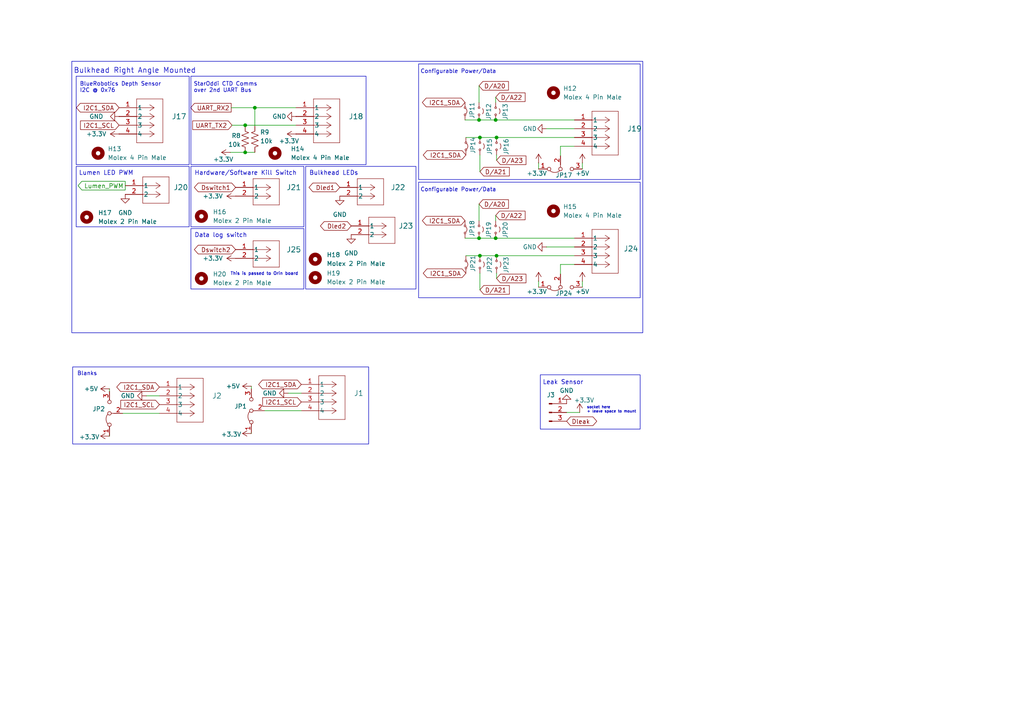
<source format=kicad_sch>
(kicad_sch (version 20231120) (generator "eeschema") (generator_version "8.0")
  (paper "A4")
  (lib_symbols
    (symbol "Connector:Conn_01x03_Pin" (pin_names (offset 1.016) hide)
      (property "Reference" "J" (at 0 5.08 0))
      (property "Value" "Conn_01x03_Pin" (at 0 -5.08 0))
      (symbol "Conn_01x03_Pin_1_1"
        (polyline (pts (xy 1.27 -2.54) (xy 0.8636 -2.54)) (stroke (width 0.1524)))
        (polyline (pts (xy 1.27 0) (xy 0.8636 0)) (stroke (width 0.1524)))
        (polyline (pts (xy 1.27 2.54) (xy 0.8636 2.54)) (stroke (width 0.1524)))
        (rectangle (start 0.8636 -2.413) (end 0 -2.667) (stroke (width 0.1524)) (fill (type outline)))
        (rectangle (start 0.8636 0.127) (end 0 -0.127) (stroke (width 0.1524)) (fill (type outline)))
        (rectangle (start 0.8636 2.667) (end 0 2.413) (stroke (width 0.1524)) (fill (type outline)))
        (pin passive line (at 5.08 2.54 180) (length 3.81) (name "Pin_1") (number "1"))
        (pin passive line (at 5.08 0 180) (length 3.81) (name "Pin_2") (number "2"))
        (pin passive line (at 5.08 -2.54 180) (length 3.81) (name "Pin_3") (number "3"))
      )
    )
    (symbol "Device:R_US" (pin_numbers hide) (pin_names (offset 0))
      (property "Reference" "R" (at 2.54 0 90))
      (property "Value" "R_US" (at -2.54 0 90))
      (symbol "R_US_0_1"
        (polyline (pts (xy 0 -2.286) (xy 0 -2.54)))
        (polyline (pts (xy 0 2.286) (xy 0 2.54)))
        (polyline (pts (xy 0 -0.762) (xy 1.016 -1.143) (xy 0 -1.524) (xy -1.016 -1.905) (xy 0 -2.286)))
        (polyline (pts (xy 0 0.762) (xy 1.016 0.381) (xy 0 0) (xy -1.016 -0.381) (xy 0 -0.762)))
        (polyline (pts (xy 0 2.286) (xy 1.016 1.905) (xy 0 1.524) (xy -1.016 1.143) (xy 0 0.762)))
      )
      (symbol "R_US_1_1"
        (pin passive line (at 0 3.81 270) (length 1.27) (name "~") (number "1"))
        (pin passive line (at 0 -3.81 90) (length 1.27) (name "~") (number "2"))
      )
    )
    (symbol "Imported:430450228" (pin_names (offset 0.254))
      (property "Reference" "J" (at 8.89 6.35 0))
      (property "Value" "430450228" (at 0 0 0))
      (symbol "430450228_1_1"
        (polyline (pts (xy 5.08 -5.08) (xy 12.7 -5.08)) (stroke (width 0.127)))
        (polyline (pts (xy 5.08 2.54) (xy 5.08 -5.08)) (stroke (width 0.127)))
        (polyline (pts (xy 10.16 -2.54) (xy 5.08 -2.54)) (stroke (width 0.127)))
        (polyline (pts (xy 10.16 -2.54) (xy 8.89 -3.3867)) (stroke (width 0.127)))
        (polyline (pts (xy 10.16 -2.54) (xy 8.89 -1.6933)) (stroke (width 0.127)))
        (polyline (pts (xy 10.16 0) (xy 5.08 0)) (stroke (width 0.127)))
        (polyline (pts (xy 10.16 0) (xy 8.89 -0.8467)) (stroke (width 0.127)))
        (polyline (pts (xy 10.16 0) (xy 8.89 0.8467)) (stroke (width 0.127)))
        (polyline (pts (xy 12.7 -5.08) (xy 12.7 2.54)) (stroke (width 0.127)))
        (polyline (pts (xy 12.7 2.54) (xy 5.08 2.54)) (stroke (width 0.127)))
        (pin unspecified line (at 0 0 0) (length 5.08) (name "1") (number "1"))
        (pin unspecified line (at 0 -2.54 0) (length 5.08) (name "2") (number "2"))
      )
      (symbol "430450228_1_2"
        (polyline (pts (xy 5.08 -5.08) (xy 12.7 -5.08)) (stroke (width 0.127)))
        (polyline (pts (xy 5.08 2.54) (xy 5.08 -5.08)) (stroke (width 0.127)))
        (polyline (pts (xy 7.62 -2.54) (xy 5.08 -2.54)) (stroke (width 0.127)))
        (polyline (pts (xy 7.62 -2.54) (xy 8.89 -3.3867)) (stroke (width 0.127)))
        (polyline (pts (xy 7.62 -2.54) (xy 8.89 -1.6933)) (stroke (width 0.127)))
        (polyline (pts (xy 7.62 0) (xy 5.08 0)) (stroke (width 0.127)))
        (polyline (pts (xy 7.62 0) (xy 8.89 -0.8467)) (stroke (width 0.127)))
        (polyline (pts (xy 7.62 0) (xy 8.89 0.8467)) (stroke (width 0.127)))
        (polyline (pts (xy 12.7 -5.08) (xy 12.7 2.54)) (stroke (width 0.127)))
        (polyline (pts (xy 12.7 2.54) (xy 5.08 2.54)) (stroke (width 0.127)))
        (pin unspecified line (at 0 0 0) (length 5.08) (name "1") (number "1"))
        (pin unspecified line (at 0 -2.54 0) (length 5.08) (name "2") (number "2"))
      )
    )
    (symbol "Imported:430450422" (pin_names (offset 0.254))
      (property "Reference" "J" (at 8.89 6.35 0))
      (property "Value" "430450422" (at 0 0 0))
      (symbol "430450422_1_1"
        (polyline (pts (xy 5.08 -10.16) (xy 12.7 -10.16)) (stroke (width 0.127)))
        (polyline (pts (xy 5.08 2.54) (xy 5.08 -10.16)) (stroke (width 0.127)))
        (polyline (pts (xy 10.16 -7.62) (xy 5.08 -7.62)) (stroke (width 0.127)))
        (polyline (pts (xy 10.16 -7.62) (xy 8.89 -8.4667)) (stroke (width 0.127)))
        (polyline (pts (xy 10.16 -7.62) (xy 8.89 -6.7733)) (stroke (width 0.127)))
        (polyline (pts (xy 10.16 -5.08) (xy 5.08 -5.08)) (stroke (width 0.127)))
        (polyline (pts (xy 10.16 -5.08) (xy 8.89 -5.9267)) (stroke (width 0.127)))
        (polyline (pts (xy 10.16 -5.08) (xy 8.89 -4.2333)) (stroke (width 0.127)))
        (polyline (pts (xy 10.16 -2.54) (xy 5.08 -2.54)) (stroke (width 0.127)))
        (polyline (pts (xy 10.16 -2.54) (xy 8.89 -3.3867)) (stroke (width 0.127)))
        (polyline (pts (xy 10.16 -2.54) (xy 8.89 -1.6933)) (stroke (width 0.127)))
        (polyline (pts (xy 10.16 0) (xy 5.08 0)) (stroke (width 0.127)))
        (polyline (pts (xy 10.16 0) (xy 8.89 -0.8467)) (stroke (width 0.127)))
        (polyline (pts (xy 10.16 0) (xy 8.89 0.8467)) (stroke (width 0.127)))
        (polyline (pts (xy 12.7 -10.16) (xy 12.7 2.54)) (stroke (width 0.127)))
        (polyline (pts (xy 12.7 2.54) (xy 5.08 2.54)) (stroke (width 0.127)))
        (pin unspecified line (at 0 0 0) (length 5.08) (name "1") (number "1"))
        (pin unspecified line (at 0 -2.54 0) (length 5.08) (name "2") (number "2"))
        (pin unspecified line (at 0 -5.08 0) (length 5.08) (name "3") (number "3"))
        (pin unspecified line (at 0 -7.62 0) (length 5.08) (name "4") (number "4"))
      )
      (symbol "430450422_1_2"
        (polyline (pts (xy 5.08 -10.16) (xy 12.7 -10.16)) (stroke (width 0.127)))
        (polyline (pts (xy 5.08 2.54) (xy 5.08 -10.16)) (stroke (width 0.127)))
        (polyline (pts (xy 7.62 -7.62) (xy 5.08 -7.62)) (stroke (width 0.127)))
        (polyline (pts (xy 7.62 -7.62) (xy 8.89 -8.4667)) (stroke (width 0.127)))
        (polyline (pts (xy 7.62 -7.62) (xy 8.89 -6.7733)) (stroke (width 0.127)))
        (polyline (pts (xy 7.62 -5.08) (xy 5.08 -5.08)) (stroke (width 0.127)))
        (polyline (pts (xy 7.62 -5.08) (xy 8.89 -5.9267)) (stroke (width 0.127)))
        (polyline (pts (xy 7.62 -5.08) (xy 8.89 -4.2333)) (stroke (width 0.127)))
        (polyline (pts (xy 7.62 -2.54) (xy 5.08 -2.54)) (stroke (width 0.127)))
        (polyline (pts (xy 7.62 -2.54) (xy 8.89 -3.3867)) (stroke (width 0.127)))
        (polyline (pts (xy 7.62 -2.54) (xy 8.89 -1.6933)) (stroke (width 0.127)))
        (polyline (pts (xy 7.62 0) (xy 5.08 0)) (stroke (width 0.127)))
        (polyline (pts (xy 7.62 0) (xy 8.89 -0.8467)) (stroke (width 0.127)))
        (polyline (pts (xy 7.62 0) (xy 8.89 0.8467)) (stroke (width 0.127)))
        (polyline (pts (xy 12.7 -10.16) (xy 12.7 2.54)) (stroke (width 0.127)))
        (polyline (pts (xy 12.7 2.54) (xy 5.08 2.54)) (stroke (width 0.127)))
        (pin unspecified line (at 0 0 0) (length 5.08) (name "1") (number "1"))
        (pin unspecified line (at 0 -2.54 0) (length 5.08) (name "2") (number "2"))
        (pin unspecified line (at 0 -5.08 0) (length 5.08) (name "3") (number "3"))
        (pin unspecified line (at 0 -7.62 0) (length 5.08) (name "4") (number "4"))
      )
    )
    (symbol "Jumper:Jumper_2_Small_Bridged" (pin_numbers hide) (pin_names (offset 0) hide) (exclude_from_sim yes)
      (property "Reference" "JP" (at 0 2.032 0))
      (property "Value" "Jumper_2_Small_Bridged" (at 0 -2.286 0))
      (symbol "Jumper_2_Small_Bridged_0_0"
        (circle (center -1.016 0) (radius 0.254))
        (circle (center 1.016 0) (radius 0.254))
      )
      (symbol "Jumper_2_Small_Bridged_0_1"
        (arc (start 0.762 0.254) (mid 0 0.5696) (end -0.762 0.254))
      )
      (symbol "Jumper_2_Small_Bridged_1_1"
        (pin passive line (at -2.54 0 0) (length 1.27) (name "A") (number "1"))
        (pin passive line (at 2.54 0 180) (length 1.27) (name "B") (number "2"))
      )
    )
    (symbol "Jumper:Jumper_2_Small_Open" (pin_numbers hide) (pin_names (offset 0) hide) (exclude_from_sim yes)
      (property "Reference" "JP" (at 0 2.794 0))
      (property "Value" "Jumper_2_Small_Open" (at 0 -2.286 0))
      (symbol "Jumper_2_Small_Open_0_0"
        (circle (center -1.016 0) (radius 0.254))
        (circle (center 1.016 0) (radius 0.254))
      )
      (symbol "Jumper_2_Small_Open_0_1"
        (arc (start 0.762 1.0196) (mid 0 1.2729) (end -0.762 1.0196))
      )
      (symbol "Jumper_2_Small_Open_1_1"
        (pin passive line (at -2.54 0 0) (length 1.27) (name "A") (number "1"))
        (pin passive line (at 2.54 0 180) (length 1.27) (name "B") (number "2"))
      )
    )
    (symbol "Jumper:Jumper_3_Bridged12" (pin_names (offset 0) hide) (exclude_from_sim yes) (in_bom no)
      (property "Reference" "JP" (at -2.54 -2.54 0))
      (property "Value" "Jumper_3_Bridged12" (at 0 2.794 0))
      (symbol "Jumper_3_Bridged12_0_0"
        (circle (center -3.302 0) (radius 0.508))
        (circle (center 0 0) (radius 0.508))
        (circle (center 3.302 0) (radius 0.508))
      )
      (symbol "Jumper_3_Bridged12_0_1"
        (arc (start -0.254 0.508) (mid -1.651 0.9912) (end -3.048 0.508))
        (polyline (pts (xy 0 -1.27) (xy 0 -0.508)))
      )
      (symbol "Jumper_3_Bridged12_1_1"
        (pin passive line (at -6.35 0 0) (length 2.54) (name "A") (number "1"))
        (pin passive line (at 0 -3.81 90) (length 2.54) (name "C") (number "2"))
        (pin passive line (at 6.35 0 180) (length 2.54) (name "B") (number "3"))
      )
    )
    (symbol "Mechanical:MountingHole" (pin_names (offset 1.016)) (exclude_from_sim yes) (in_bom no)
      (property "Reference" "H" (at 0 5.08 0))
      (property "Value" "MountingHole" (at 0 3.175 0))
      (symbol "MountingHole_0_1"
        (circle (center 0 0) (radius 1.27) (stroke (width 1.27)))
      )
    )
    (symbol "power:+3.3V" (power) (pin_numbers hide) (pin_names (offset 0) hide)
      (property "Value" "+3.3V" (at 0 3.556 0))
      (symbol "+3.3V_0_1"
        (polyline (pts (xy -0.762 1.27) (xy 0 2.54)))
        (polyline (pts (xy 0 0) (xy 0 2.54)))
        (polyline (pts (xy 0 2.54) (xy 0.762 1.27)))
      )
      (symbol "+3.3V_1_1"
        (pin power_in line (at 0 0 90) (length 0) (name "~") (number "1"))
      )
    )
    (symbol "power:+5V" (power) (pin_numbers hide) (pin_names (offset 0) hide)
      (property "Value" "+5V" (at 0 3.556 0))
      (symbol "+5V_0_1"
        (polyline (pts (xy -0.762 1.27) (xy 0 2.54)))
        (polyline (pts (xy 0 0) (xy 0 2.54)))
        (polyline (pts (xy 0 2.54) (xy 0.762 1.27)))
      )
      (symbol "+5V_1_1"
        (pin power_in line (at 0 0 90) (length 0) (name "~") (number "1"))
      )
    )
    (symbol "power:GND" (power) (pin_numbers hide) (pin_names (offset 0) hide)
      (property "Value" "GND" (at 0 -3.81 0))
      (symbol "GND_0_1"
        (polyline (pts (xy 0 0) (xy 0 -1.27) (xy 1.27 -1.27) (xy 0 -2.54) (xy -1.27 -1.27) (xy 0 -1.27)))
      )
      (symbol "GND_1_1"
        (pin power_in line (at 0 0 270) (length 0) (name "~") (number "1"))
      )
    )
  )
  (junction (at 138.938 34.798))
  (junction (at 143.764 34.798))
  (junction (at 71.12 44.196))
  (junction (at 144.018 74.168))
  (junction (at 139.192 39.878))
  (junction (at 143.764 69.088))
  (junction (at 139.192 74.168))
  (junction (at 144.018 39.878))
  (junction (at 71.12 36.322))
  (junction (at 138.938 69.088))
  (junction (at 73.914 31.242))
  (wire (pts (xy 134.874 69.088) (xy 138.938 69.088)))
  (wire (pts (xy 143.764 62.484) (xy 143.764 64.008)))
  (wire (pts (xy 31.75 112.776) (xy 31.75 113.538)))
  (wire (pts (xy 67.31 36.322) (xy 71.12 36.322)))
  (wire (pts (xy 166.624 71.628) (xy 158.496 71.628)))
  (wire (pts (xy 138.938 34.798) (xy 143.764 34.798)))
  (wire (pts (xy 71.12 36.322) (xy 85.852 36.322)))
  (wire (pts (xy 42.418 114.808) (xy 46.228 114.808)))
  (wire (pts (xy 156.21 81.534) (xy 156.21 83.312)))
  (wire (pts (xy 138.938 24.892) (xy 138.938 29.718)))
  (wire (pts (xy 168.91 47.244) (xy 168.91 49.022)))
  (wire (pts (xy 73.914 36.576) (xy 73.914 31.242)))
  (wire (pts (xy 144.018 39.878) (xy 166.624 39.878)))
  (wire (pts (xy 139.192 39.878) (xy 144.018 39.878)))
  (wire (pts (xy 168.91 81.534) (xy 168.91 83.312)))
  (wire (pts (xy 135.128 74.168) (xy 139.192 74.168)))
  (wire (pts (xy 134.874 34.798) (xy 138.938 34.798)))
  (wire (pts (xy 162.56 45.212) (xy 162.56 42.418)))
  (wire (pts (xy 143.764 28.194) (xy 143.764 29.718)))
  (wire (pts (xy 144.018 44.958) (xy 144.018 46.482)))
  (wire (pts (xy 73.914 31.242) (xy 85.852 31.242)))
  (wire (pts (xy 143.764 69.088) (xy 166.624 69.088)))
  (wire (pts (xy 138.938 59.182) (xy 138.938 64.008)))
  (wire (pts (xy 71.12 36.576) (xy 71.12 36.322)))
  (wire (pts (xy 143.764 34.798) (xy 166.624 34.798)))
  (wire (pts (xy 166.624 37.338) (xy 158.496 37.338)))
  (wire (pts (xy 139.192 84.074) (xy 139.192 79.248)))
  (wire (pts (xy 162.56 76.708) (xy 166.624 76.708)))
  (wire (pts (xy 31.75 126.238) (xy 31.75 126.492)))
  (wire (pts (xy 135.128 39.878) (xy 139.192 39.878)))
  (wire (pts (xy 35.56 119.888) (xy 46.228 119.888)))
  (wire (pts (xy 139.192 49.784) (xy 139.192 44.958)))
  (wire (pts (xy 164.338 119.634) (xy 168.148 119.634)))
  (wire (pts (xy 83.566 114.046) (xy 87.376 114.046)))
  (wire (pts (xy 71.12 44.196) (xy 66.802 44.196)))
  (wire (pts (xy 73.914 44.196) (xy 71.12 44.196)))
  (wire (pts (xy 162.56 42.418) (xy 166.624 42.418)))
  (wire (pts (xy 156.21 47.244) (xy 156.21 49.022)))
  (wire (pts (xy 144.018 74.168) (xy 166.624 74.168)))
  (wire (pts (xy 72.898 125.476) (xy 72.898 125.73)))
  (wire (pts (xy 144.018 79.248) (xy 144.018 80.772)))
  (wire (pts (xy 138.938 69.088) (xy 143.764 69.088)))
  (wire (pts (xy 76.708 119.126) (xy 87.376 119.126)))
  (wire (pts (xy 67.056 31.242) (xy 73.914 31.242)))
  (wire (pts (xy 162.56 79.502) (xy 162.56 76.708)))
  (wire (pts (xy 72.898 112.014) (xy 72.898 112.776)))
  (wire (pts (xy 139.192 74.168) (xy 144.018 74.168)))
  (rectangle (start 121.412 52.832) (end 185.674 86.36))
  (rectangle (start 121.412 18.542) (end 185.674 52.07))
  (rectangle (start 55.372 48.26) (end 88.138 65.786))
  (rectangle (start 88.646 48.26) (end 120.65 83.82))
  (rectangle (start 20.828 17.78) (end 186.436 96.52))
  (rectangle (start 55.372 22.098) (end 106.172 47.752))
  (rectangle (start 156.718 108.712) (end 185.674 124.46))
  (rectangle (start 21.082 106.426) (end 106.934 128.778))
  (rectangle (start 22.098 48.26) (end 54.864 65.786))
  (rectangle (start 22.098 22.098) (end 54.864 47.752))
  (rectangle (start 55.372 66.294) (end 88.138 83.82))
  (text "This is passed to Orin board" (at 66.802 79.502 0) (effects (font (size 0.889 0.889)) (justify left)))
  (text "Data log switch" (at 56.388 68.326 0) (effects (font (size 1.27 1.27)) (justify left)))
  (text "Bulkhead Right Angle Mounted" (at 21.336 20.574 0) (effects (font (size 1.524 1.524)) (justify left)))
  (text "Configurable Power/Data" (at 121.92 55.118 0) (effects (font (size 1.143 1.143)) (justify left)))
  (text "Lumen LED PWM" (at 22.86 50.292 0) (effects (font (size 1.27 1.27)) (justify left)))
  (text "BlueRobotics Depth Sensor\nI2C @ 0x76" (at 23.114 25.4 0) (effects (font (size 1.143 1.143)) (justify left)))
  (text "Bulkhead LEDs" (at 89.662 50.292 0) (effects (font (size 1.27 1.27)) (justify left)))
  (text "socket here\n+ leave space to mount" (at 170.18 118.872 0) (effects (font (size 0.762 0.762)) (justify left)))
  (text "Hardware/Software Kill Switch" (at 56.388 50.292 0) (effects (font (size 1.27 1.27)) (justify left)))
  (text "Blanks" (at 22.352 108.458 0) (effects (font (size 1.143 1.143)) (justify left)))
  (text "Configurable Power/Data" (at 121.92 20.828 0) (effects (font (size 1.143 1.143)) (justify left)))
  (text "Leak Sensor" (at 163.322 110.998 0) (effects (font (size 1.27 1.27))))
  (text "StarOddi CTD Comms\nover 2nd UART Bus" (at 56.134 25.4 0) (effects (font (size 1.143 1.143)) (justify left)))
  (global_label "I2C1_SDA" (shape bidirectional) (at 134.874 29.718 180) (property "Intersheetrefs" "${INTERSHEET_REFS}" (effects (hide yes))))
  (global_label "I2C1_SDA" (shape bidirectional) (at 135.128 79.248 180) (property "Intersheetrefs" "${INTERSHEET_REFS}" (effects (hide yes))))
  (global_label "UART_TX2" (shape input) (at 67.31 36.322 180) (property "Intersheetrefs" "${INTERSHEET_REFS}" (effects (hide yes))))
  (global_label "D{slash}A22" (shape input) (at 143.764 28.194 0) (property "Intersheetrefs" "${INTERSHEET_REFS}" (effects (hide yes))))
  (global_label "I2C1_SDA" (shape bidirectional) (at 46.228 112.268 180) (property "Intersheetrefs" "${INTERSHEET_REFS}" (effects (hide yes))))
  (global_label "I2C1_SDA" (shape bidirectional) (at 87.376 111.506 180) (property "Intersheetrefs" "${INTERSHEET_REFS}" (effects (hide yes))))
  (global_label "D{slash}A20" (shape input) (at 138.938 59.182 0) (property "Intersheetrefs" "${INTERSHEET_REFS}" (effects (hide yes))))
  (global_label "D{slash}A21" (shape input) (at 139.192 49.784 0) (property "Intersheetrefs" "${INTERSHEET_REFS}" (effects (hide yes))))
  (global_label "D{slash}A22" (shape input) (at 143.764 62.484 0) (property "Intersheetrefs" "${INTERSHEET_REFS}" (effects (hide yes))))
  (global_label "I2C1_SDA" (shape bidirectional) (at 134.874 64.008 180) (property "Intersheetrefs" "${INTERSHEET_REFS}" (effects (hide yes))))
  (global_label "D{slash}A23" (shape input) (at 144.018 80.772 0) (property "Intersheetrefs" "${INTERSHEET_REFS}" (effects (hide yes))))
  (global_label "Dled2" (shape bidirectional) (at 101.854 65.532 180) (property "Intersheetrefs" "${INTERSHEET_REFS}" (effects (hide yes))))
  (global_label "Dleak" (shape bidirectional) (at 164.338 122.174 0) (property "Intersheetrefs" "${INTERSHEET_REFS}" (effects (hide yes))))
  (global_label "I2C1_SCL" (shape input) (at 87.376 116.586 180) (property "Intersheetrefs" "${INTERSHEET_REFS}" (effects (hide yes))))
  (global_label "Lumen_PWM" (shape output) (at 36.322 53.848 180) (property "Intersheetrefs" "${INTERSHEET_REFS}" (effects (hide yes))))
  (global_label "Dled1" (shape bidirectional) (at 98.552 54.356 180) (property "Intersheetrefs" "${INTERSHEET_REFS}" (effects (hide yes))))
  (global_label "D{slash}A23" (shape input) (at 144.018 46.482 0) (property "Intersheetrefs" "${INTERSHEET_REFS}" (effects (hide yes))))
  (global_label "I2C1_SCL" (shape input) (at 34.544 36.322 180) (property "Intersheetrefs" "${INTERSHEET_REFS}" (effects (hide yes))))
  (global_label "D{slash}A20" (shape input) (at 138.938 24.892 0) (property "Intersheetrefs" "${INTERSHEET_REFS}" (effects (hide yes))))
  (global_label "D{slash}A21" (shape input) (at 139.192 84.074 0) (property "Intersheetrefs" "${INTERSHEET_REFS}" (effects (hide yes))))
  (global_label "I2C1_SCL" (shape input) (at 46.228 117.348 180) (property "Intersheetrefs" "${INTERSHEET_REFS}" (effects (hide yes))))
  (global_label "Dswitch1" (shape bidirectional) (at 68.326 54.356 180) (property "Intersheetrefs" "${INTERSHEET_REFS}" (effects (hide yes))))
  (global_label "I2C1_SDA" (shape bidirectional) (at 135.128 44.958 180) (property "Intersheetrefs" "${INTERSHEET_REFS}" (effects (hide yes))))
  (global_label "Dswitch2" (shape bidirectional) (at 68.326 72.39 180) (property "Intersheetrefs" "${INTERSHEET_REFS}" (effects (hide yes))))
  (global_label "UART_RX2" (shape output) (at 67.056 31.242 180) (property "Intersheetrefs" "${INTERSHEET_REFS}" (effects (hide yes))))
  (global_label "I2C1_SDA" (shape bidirectional) (at 34.544 31.242 180) (property "Intersheetrefs" "${INTERSHEET_REFS}" (effects (hide yes))))
  (symbol (lib_id "Jumper:Jumper_2_Small_Open") (at 139.192 42.418 270) (mirror x) (unit 1) (exclude_from_sim yes)
    (property "Reference" "JP15" (at 141.986 40.132 0) (effects (justify right)))
    (property "Value" "Jumper_2_Small_Open" (effects (hide yes)))
    (property "Footprint" "Jumper:SolderJumper-2_P1.3mm_Open_RoundedPad1.0x1.5mm" (effects (hide yes)))
    (property "Description" "Jumper, 2-pole, small symbol, open" (effects (hide yes)))
  )
  (symbol (lib_id "Jumper:Jumper_2_Small_Bridged") (at 134.874 66.548 270) (unit 1) (exclude_from_sim yes)
    (property "Reference" "JP18" (at 136.906 66.294 0))
    (property "Value" "Jumper_2_Small_Bridged" (effects (hide yes)))
    (property "Footprint" "Jumper:SolderJumper-2_P1.3mm_Bridged2Bar_RoundedPad1.0x1.5mm" (effects (hide yes)))
    (property "Description" "Jumper, 2-pole, small symbol, bridged" (effects (hide yes)))
  )
  (symbol (lib_id "Jumper:Jumper_2_Small_Bridged") (at 135.128 76.708 270) (unit 1) (exclude_from_sim yes)
    (property "Reference" "JP21" (at 137.16 76.454 0))
    (property "Value" "Jumper_2_Small_Bridged" (effects (hide yes)))
    (property "Footprint" "Jumper:SolderJumper-2_P1.3mm_Bridged2Bar_RoundedPad1.0x1.5mm" (effects (hide yes)))
    (property "Description" "Jumper, 2-pole, small symbol, bridged" (effects (hide yes)))
  )
  (symbol (lib_id "power:GND") (at 83.566 114.046 270) (unit 1)
    (property "Reference" "#PWR03" (effects (hide yes)))
    (property "Value" "GND" (at 80.264 114.046 90) (effects (justify right)))
    (property "Description" "Power symbol creates a global label with name \"GND\" , ground" (effects (hide yes)))
  )
  (symbol (lib_id "Mechanical:MountingHole") (at 79.756 44.45 0) (unit 1) (exclude_from_sim yes) (in_bom no)
    (property "Reference" "H14" (at 84.328 43.1799 0) (effects (justify left)))
    (property "Value" "Molex 4 Pin Male" (at 84.328 45.7199 0) (effects (justify left)))
    (property "Supplier 1" "https://www.digikey.com/en/products/detail/molex/0430250400/252497" (effects (hide yes)))
    (property "Supplier 1 S/N" "WM1784-ND" (effects (hide yes)))
  )
  (symbol (lib_id "power:GND") (at 101.854 68.072 0) (unit 1)
    (property "Reference" "#PWR0159" (effects (hide yes)))
    (property "Value" "GND" (at 101.854 73.406 0))
    (property "Description" "Power symbol creates a global label with name \"GND\" , ground" (effects (hide yes)))
  )
  (symbol (lib_id "Jumper:Jumper_2_Small_Open") (at 138.938 66.548 270) (mirror x) (unit 1) (exclude_from_sim yes)
    (property "Reference" "JP19" (at 141.732 64.262 0) (effects (justify right)))
    (property "Value" "Jumper_2_Small_Open" (effects (hide yes)))
    (property "Footprint" "Jumper:SolderJumper-2_P1.3mm_Open_RoundedPad1.0x1.5mm" (effects (hide yes)))
    (property "Description" "Jumper, 2-pole, small symbol, open" (effects (hide yes)))
  )
  (symbol (lib_id "power:GND") (at 158.496 71.628 270) (unit 1)
    (property "Reference" "#PWR0160" (effects (hide yes)))
    (property "Value" "GND" (at 153.67 71.628 90))
    (property "Description" "Power symbol creates a global label with name \"GND\" , ground" (effects (hide yes)))
  )
  (symbol (lib_id "power:+3.3V") (at 85.852 38.862 90) (unit 1)
    (property "Reference" "#PWR0152" (effects (hide yes)))
    (property "Value" "+3.3V" (at 83.82 40.894 90))
    (property "Description" "Power symbol creates a global label with name \"+3.3V\"" (effects (hide yes)))
  )
  (symbol (lib_id "power:+3.3V") (at 156.21 47.244 0) (unit 1)
    (property "Reference" "#PWR0154" (effects (hide yes)))
    (property "Value" "+3.3V" (at 155.702 50.292 0))
    (property "Description" "Power symbol creates a global label with name \"+3.3V\"" (effects (hide yes)))
  )
  (symbol (lib_id "power:+3.3V") (at 31.75 126.492 90) (unit 1)
    (property "Reference" "#PWR06" (effects (hide yes)))
    (property "Value" "+3.3V" (at 25.908 126.746 90))
    (property "Description" "Power symbol creates a global label with name \"+3.3V\"" (effects (hide yes)))
  )
  (symbol (lib_id "Device:R_US") (at 71.12 40.386 0) (unit 1)
    (property "Reference" "R8" (at 69.85 39.37 0) (effects (justify right)))
    (property "Value" "10k" (at 69.85 41.91 0) (effects (justify right)))
    (property "Footprint" "Resistor_SMD:R_0805_2012Metric_Pad1.20x1.40mm_HandSolder" (effects (hide yes)))
    (property "Description" "Resistor, US symbol" (effects (hide yes)))
    (property "Supplier 1" "https://www.digikey.com/en/products/detail/panasonic-electronic-components/ERJ-6GEYJ103V/83062" (effects (hide yes)))
    (property "Supplier 1 S/N" "P10KACT-ND" (effects (hide yes)))
  )
  (symbol (lib_id "power:+3.3V") (at 72.898 125.73 90) (unit 1)
    (property "Reference" "#PWR05" (effects (hide yes)))
    (property "Value" "+3.3V" (at 67.056 125.984 90))
    (property "Description" "Power symbol creates a global label with name \"+3.3V\"" (effects (hide yes)))
  )
  (symbol (lib_id "Imported:430450228") (at 101.854 65.532 0) (unit 1)
    (property "Reference" "J23" (at 115.57 65.532 0) (effects (font (size 1.524 1.524)) (justify left)))
    (property "Value" "430450228" (effects (hide yes)))
    (property "Footprint" "ImportedV2:CONN_SD-43045-001_02_MOL" (effects (hide yes)))
    (property "Datasheet" "430450228" (effects (hide yes)))
    (property "Supplier 1" "https://www.digikey.com/en/products/detail/molex/0430450201/3310171" (effects (hide yes)))
    (property "Supplier 1 S/N" "WM9815-ND" (effects (hide yes)))
  )
  (symbol (lib_id "power:+3.3V") (at 66.802 44.196 90) (unit 1)
    (property "Reference" "#PWR0153" (effects (hide yes)))
    (property "Value" "+3.3V" (at 64.77 46.228 90))
    (property "Description" "Power symbol creates a global label with name \"+3.3V\"" (effects (hide yes)))
  )
  (symbol (lib_id "Imported:430450228") (at 36.322 53.848 0) (unit 1)
    (property "Reference" "J20" (at 50.292 54.356 0) (effects (font (size 1.524 1.524)) (justify left)))
    (property "Value" "430450228" (effects (hide yes)))
    (property "Footprint" "ImportedV2:CONN_SD-43045-001_02_MOL" (effects (hide yes)))
    (property "Datasheet" "430450228" (effects (hide yes)))
    (property "Supplier 1" "https://www.digikey.com/en/products/detail/molex/0430450201/3310171" (effects (hide yes)))
    (property "Supplier 1 S/N" "WM9815-ND" (effects (hide yes)))
  )
  (symbol (lib_id "Device:R_US") (at 73.914 40.386 0) (mirror y) (unit 1)
    (property "Reference" "R9" (at 75.438 38.354 0) (effects (justify right)))
    (property "Value" "10k" (at 75.438 40.894 0) (effects (justify right)))
    (property "Footprint" "Resistor_SMD:R_0805_2012Metric_Pad1.20x1.40mm_HandSolder" (effects (hide yes)))
    (property "Description" "Resistor, US symbol" (effects (hide yes)))
    (property "Supplier 1" "https://www.digikey.com/en/products/detail/panasonic-electronic-components/ERJ-6GEYJ103V/83062" (effects (hide yes)))
    (property "Supplier 1 S/N" "P10KACT-ND" (effects (hide yes)))
  )
  (symbol (lib_id "power:+3.3V") (at 168.148 119.634 0) (unit 1)
    (property "Reference" "#PWR08" (effects (hide yes)))
    (property "Value" "+3.3V" (at 169.418 116.078 0))
    (property "Description" "Power symbol creates a global label with name \"+3.3V\"" (effects (hide yes)))
  )
  (symbol (lib_id "Imported:430450228") (at 98.552 54.356 0) (unit 1)
    (property "Reference" "J22" (at 113.284 54.3559 0) (effects (font (size 1.524 1.524)) (justify left)))
    (property "Value" "430450228" (effects (hide yes)))
    (property "Footprint" "ImportedV2:CONN_SD-43045-001_02_MOL" (effects (hide yes)))
    (property "Datasheet" "430450228" (effects (hide yes)))
    (property "Supplier 1" "https://www.digikey.com/en/products/detail/molex/0430450201/3310171" (effects (hide yes)))
    (property "Supplier 1 S/N" "WM9815-ND" (effects (hide yes)))
  )
  (symbol (lib_id "Mechanical:MountingHole") (at 25.146 62.992 0) (unit 1) (exclude_from_sim yes) (in_bom no)
    (property "Reference" "H17" (at 28.448 61.722 0) (effects (justify left)))
    (property "Value" "Molex 2 Pin Male" (at 28.448 64.262 0) (effects (justify left)))
    (property "Supplier 1" "https://www.digikey.com/en/products/detail/molex/0430250208/4247397" (effects (hide yes)))
    (property "Supplier 1 S/N" "WM16162-ND" (effects (hide yes)))
  )
  (symbol (lib_id "Imported:430450422") (at 85.852 31.242 0) (unit 1)
    (property "Reference" "J18" (at 101.092 33.7819 0) (effects (font (size 1.524 1.524)) (justify left)))
    (property "Value" "430450422" (effects (hide yes)))
    (property "Footprint" "ImportedV2:CONN_SD-43045-008_04_MOL" (effects (hide yes)))
    (property "Datasheet" "430450422" (effects (hide yes)))
    (property "Supplier 1" "https://www.digikey.com/en/products/detail/molex/0430450422/1635030" (effects (hide yes)))
    (property "Supplier 1 S/N" "WM2679-ND" (effects (hide yes)))
  )
  (symbol (lib_id "Jumper:Jumper_2_Small_Bridged") (at 134.874 32.258 270) (unit 1) (exclude_from_sim yes)
    (property "Reference" "JP11" (at 136.906 32.004 0))
    (property "Value" "Jumper_2_Small_Bridged" (effects (hide yes)))
    (property "Footprint" "Jumper:SolderJumper-2_P1.3mm_Bridged2Bar_RoundedPad1.0x1.5mm" (effects (hide yes)))
    (property "Description" "Jumper, 2-pole, small symbol, bridged" (effects (hide yes)))
  )
  (symbol (lib_id "power:+3.3V") (at 156.21 81.534 0) (unit 1)
    (property "Reference" "#PWR0162" (effects (hide yes)))
    (property "Value" "+3.3V" (at 155.702 84.582 0))
    (property "Description" "Power symbol creates a global label with name \"+3.3V\"" (effects (hide yes)))
  )
  (symbol (lib_id "Jumper:Jumper_3_Bridged12") (at 31.75 119.888 90) (unit 1) (exclude_from_sim yes) (in_bom no)
    (property "Reference" "JP2" (at 30.48 118.6179 90) (effects (justify left)))
    (property "Value" "Jumper_3_Bridged12" (effects (hide yes)))
    (property "Footprint" "Jumper:SolderJumper-3_P1.3mm_Bridged2Bar12_RoundedPad1.0x1.5mm" (effects (hide yes)))
    (property "Description" "Jumper, 3-pole, pins 1+2 closed/bridged" (effects (hide yes)))
  )
  (symbol (lib_id "Imported:430450422") (at 34.544 31.242 0) (unit 1)
    (property "Reference" "J17" (at 49.784 33.7819 0) (effects (font (size 1.524 1.524)) (justify left)))
    (property "Value" "430450422" (effects (hide yes)))
    (property "Footprint" "ImportedV2:CONN_SD-43045-008_04_MOL" (effects (hide yes)))
    (property "Datasheet" "430450422" (effects (hide yes)))
    (property "Supplier 1" "https://www.digikey.com/en/products/detail/molex/0430450422/1635030" (effects (hide yes)))
    (property "Supplier 1 S/N" "WM2679-ND" (effects (hide yes)))
  )
  (symbol (lib_id "power:GND") (at 98.552 56.896 0) (unit 1)
    (property "Reference" "#PWR0158" (effects (hide yes)))
    (property "Value" "GND" (at 98.552 62.23 0))
    (property "Description" "Power symbol creates a global label with name \"GND\" , ground" (effects (hide yes)))
  )
  (symbol (lib_id "Jumper:Jumper_2_Small_Open") (at 143.764 66.548 270) (mirror x) (unit 1) (exclude_from_sim yes)
    (property "Reference" "JP20" (at 146.558 64.262 0) (effects (justify right)))
    (property "Value" "Jumper_2_Small_Open" (effects (hide yes)))
    (property "Footprint" "Jumper:SolderJumper-2_P1.3mm_Open_RoundedPad1.0x1.5mm" (effects (hide yes)))
    (property "Description" "Jumper, 2-pole, small symbol, open" (effects (hide yes)))
  )
  (symbol (lib_id "Jumper:Jumper_2_Small_Open") (at 139.192 76.708 270) (mirror x) (unit 1) (exclude_from_sim yes)
    (property "Reference" "JP22" (at 141.986 74.422 0) (effects (justify right)))
    (property "Value" "Jumper_2_Small_Open" (effects (hide yes)))
    (property "Footprint" "Jumper:SolderJumper-2_P1.3mm_Open_RoundedPad1.0x1.5mm" (effects (hide yes)))
    (property "Description" "Jumper, 2-pole, small symbol, open" (effects (hide yes)))
  )
  (symbol (lib_id "Jumper:Jumper_2_Small_Open") (at 143.764 32.258 270) (mirror x) (unit 1) (exclude_from_sim yes)
    (property "Reference" "JP13" (at 146.558 29.972 0) (effects (justify right)))
    (property "Value" "Jumper_2_Small_Open" (effects (hide yes)))
    (property "Footprint" "Jumper:SolderJumper-2_P1.3mm_Open_RoundedPad1.0x1.5mm" (effects (hide yes)))
    (property "Description" "Jumper, 2-pole, small symbol, open" (effects (hide yes)))
  )
  (symbol (lib_id "Jumper:Jumper_2_Small_Open") (at 144.018 42.418 270) (mirror x) (unit 1) (exclude_from_sim yes)
    (property "Reference" "JP16" (at 146.812 40.132 0) (effects (justify right)))
    (property "Value" "Jumper_2_Small_Open" (effects (hide yes)))
    (property "Footprint" "Jumper:SolderJumper-2_P1.3mm_Open_RoundedPad1.0x1.5mm" (effects (hide yes)))
    (property "Description" "Jumper, 2-pole, small symbol, open" (effects (hide yes)))
  )
  (symbol (lib_id "power:GND") (at 158.496 37.338 270) (unit 1)
    (property "Reference" "#PWR0150" (effects (hide yes)))
    (property "Value" "GND" (at 153.67 37.338 90))
    (property "Description" "Power symbol creates a global label with name \"GND\" , ground" (effects (hide yes)))
  )
  (symbol (lib_id "power:+3.3V") (at 68.326 74.93 90) (unit 1)
    (property "Reference" "#PWR0161" (effects (hide yes)))
    (property "Value" "+3.3V" (at 61.722 74.93 90))
    (property "Description" "Power symbol creates a global label with name \"+3.3V\"" (effects (hide yes)))
  )
  (symbol (lib_id "power:GND") (at 164.338 117.094 180) (unit 1)
    (property "Reference" "#PWR07" (effects (hide yes)))
    (property "Value" "GND" (at 164.338 113.284 0))
    (property "Description" "Power symbol creates a global label with name \"GND\" , ground" (effects (hide yes)))
  )
  (symbol (lib_id "power:+3.3V") (at 34.544 38.862 90) (unit 1)
    (property "Reference" "#PWR0151" (effects (hide yes)))
    (property "Value" "+3.3V" (at 27.94 38.862 90))
    (property "Description" "Power symbol creates a global label with name \"+3.3V\"" (effects (hide yes)))
  )
  (symbol (lib_id "Mechanical:MountingHole") (at 58.42 62.738 0) (unit 1) (exclude_from_sim yes) (in_bom no)
    (property "Reference" "H16" (at 61.722 61.468 0) (effects (justify left)))
    (property "Value" "Molex 2 Pin Male" (at 61.722 64.008 0) (effects (justify left)))
    (property "Supplier 1" "https://www.digikey.com/en/products/detail/molex/0430250208/4247397" (effects (hide yes)))
    (property "Supplier 1 S/N" "WM16162-ND" (effects (hide yes)))
  )
  (symbol (lib_id "Mechanical:MountingHole") (at 160.528 61.214 0) (unit 1) (exclude_from_sim yes) (in_bom no)
    (property "Reference" "H15" (at 163.322 59.944 0) (effects (justify left)))
    (property "Value" "Molex 4 Pin Male" (at 163.322 62.484 0) (effects (justify left)))
    (property "Supplier 1" "https://www.digikey.com/en/products/detail/molex/0430250400/252497" (effects (hide yes)))
    (property "Supplier 1 S/N" "WM1784-ND" (effects (hide yes)))
  )
  (symbol (lib_id "power:GND") (at 34.544 33.782 270) (unit 1)
    (property "Reference" "#PWR0148" (effects (hide yes)))
    (property "Value" "GND" (at 27.94 33.782 90))
    (property "Description" "Power symbol creates a global label with name \"GND\" , ground" (effects (hide yes)))
  )
  (symbol (lib_id "Jumper:Jumper_2_Small_Open") (at 144.018 76.708 270) (mirror x) (unit 1) (exclude_from_sim yes)
    (property "Reference" "JP23" (at 146.812 74.422 0) (effects (justify right)))
    (property "Value" "Jumper_2_Small_Open" (effects (hide yes)))
    (property "Footprint" "Jumper:SolderJumper-2_P1.3mm_Open_RoundedPad1.0x1.5mm" (effects (hide yes)))
    (property "Description" "Jumper, 2-pole, small symbol, open" (effects (hide yes)))
  )
  (symbol (lib_id "power:+5V") (at 72.898 112.014 90) (unit 1)
    (property "Reference" "#PWR01" (effects (hide yes)))
    (property "Value" "+5V" (at 67.564 112.014 90))
    (property "Description" "Power symbol creates a global label with name \"+5V\"" (effects (hide yes)))
  )
  (symbol (lib_id "power:GND") (at 42.418 114.808 270) (unit 1)
    (property "Reference" "#PWR04" (effects (hide yes)))
    (property "Value" "GND" (at 39.116 114.808 90) (effects (justify right)))
    (property "Description" "Power symbol creates a global label with name \"GND\" , ground" (effects (hide yes)))
  )
  (symbol (lib_id "Mechanical:MountingHole") (at 28.448 44.45 0) (unit 1) (exclude_from_sim yes) (in_bom no)
    (property "Reference" "H13" (at 31.242 43.18 0) (effects (justify left)))
    (property "Value" "Molex 4 Pin Male" (at 31.242 45.72 0) (effects (justify left)))
    (property "Supplier 1" "https://www.digikey.com/en/products/detail/molex/0430250400/252497" (effects (hide yes)))
    (property "Supplier 1 S/N" "WM1784-ND" (effects (hide yes)))
  )
  (symbol (lib_id "power:+5V") (at 168.91 81.534 0) (unit 1)
    (property "Reference" "#PWR0163" (effects (hide yes)))
    (property "Value" "+5V" (at 168.91 84.582 0))
    (property "Description" "Power symbol creates a global label with name \"+5V\"" (effects (hide yes)))
  )
  (symbol (lib_id "Jumper:Jumper_2_Small_Open") (at 138.938 32.258 270) (mirror x) (unit 1) (exclude_from_sim yes)
    (property "Reference" "JP12" (at 141.732 29.972 0) (effects (justify right)))
    (property "Value" "Jumper_2_Small_Open" (effects (hide yes)))
    (property "Footprint" "Jumper:SolderJumper-2_P1.3mm_Open_RoundedPad1.0x1.5mm" (effects (hide yes)))
    (property "Description" "Jumper, 2-pole, small symbol, open" (effects (hide yes)))
  )
  (symbol (lib_id "power:GND") (at 85.852 33.782 270) (unit 1)
    (property "Reference" "#PWR0149" (effects (hide yes)))
    (property "Value" "GND" (at 81.026 33.782 90))
    (property "Description" "Power symbol creates a global label with name \"GND\" , ground" (effects (hide yes)))
  )
  (symbol (lib_id "Imported:430450422") (at 87.376 111.506 0) (unit 1)
    (property "Reference" "J1" (at 102.616 114.0459 0) (effects (font (size 1.524 1.524)) (justify left)))
    (property "Value" "430450422" (effects (hide yes)))
    (property "Footprint" "ImportedV2:CONN_SD-43045-009_04_MOL" (effects (hide yes)))
    (property "Datasheet" "430450422" (effects (hide yes)))
    (property "Supplier 1" "https://www.digikey.com/en/products/detail/molex/0430450426/3310188" (effects (hide yes)))
    (property "Supplier 1 S/N" "WM10681-ND" (effects (hide yes)))
  )
  (symbol (lib_id "Mechanical:MountingHole") (at 91.44 75.184 0) (unit 1) (exclude_from_sim yes) (in_bom no)
    (property "Reference" "H18" (at 94.742 73.914 0) (effects (justify left)))
    (property "Value" "Molex 2 Pin Male" (at 94.742 76.454 0) (effects (justify left)))
    (property "Supplier 1" "https://www.digikey.com/en/products/detail/molex/0430250208/4247397" (effects (hide yes)))
    (property "Supplier 1 S/N" "WM16162-ND" (effects (hide yes)))
  )
  (symbol (lib_id "Mechanical:MountingHole") (at 58.42 80.772 0) (unit 1) (exclude_from_sim yes) (in_bom no)
    (property "Reference" "H20" (at 61.722 79.502 0) (effects (justify left)))
    (property "Value" "Molex 2 Pin Male" (at 61.722 82.042 0) (effects (justify left)))
    (property "Supplier 1" "https://www.digikey.com/en/products/detail/molex/0430250208/4247397" (effects (hide yes)))
    (property "Supplier 1 S/N" "WM16162-ND" (effects (hide yes)))
  )
  (symbol (lib_id "Imported:430450422") (at 166.624 34.798 0) (unit 1)
    (property "Reference" "J19" (at 181.864 37.3379 0) (effects (font (size 1.524 1.524)) (justify left)))
    (property "Value" "430450422" (effects (hide yes)))
    (property "Footprint" "ImportedV2:CONN_SD-43045-008_04_MOL" (effects (hide yes)))
    (property "Datasheet" "430450422" (effects (hide yes)))
    (property "Supplier 1" "https://www.digikey.com/en/products/detail/molex/0430450422/1635030" (effects (hide yes)))
    (property "Supplier 1 S/N" "WM2679-ND" (effects (hide yes)))
  )
  (symbol (lib_id "power:+3.3V") (at 68.326 56.896 90) (unit 1)
    (property "Reference" "#PWR0157" (effects (hide yes)))
    (property "Value" "+3.3V" (at 61.722 56.896 90))
    (property "Description" "Power symbol creates a global label with name \"+3.3V\"" (effects (hide yes)))
  )
  (symbol (lib_id "Imported:430450228") (at 68.326 54.356 0) (unit 1)
    (property "Reference" "J21" (at 83.058 54.3559 0) (effects (font (size 1.524 1.524)) (justify left)))
    (property "Value" "430450228" (effects (hide yes)))
    (property "Footprint" "ImportedV2:CONN_SD-43045-001_02_MOL" (effects (hide yes)))
    (property "Datasheet" "430450228" (effects (hide yes)))
    (property "Supplier 1" "https://www.digikey.com/en/products/detail/molex/0430450201/3310171" (effects (hide yes)))
    (property "Supplier 1 S/N" "WM9815-ND" (effects (hide yes)))
  )
  (symbol (lib_id "power:+5V") (at 168.91 47.244 0) (unit 1)
    (property "Reference" "#PWR0155" (effects (hide yes)))
    (property "Value" "+5V" (at 168.91 50.292 0))
    (property "Description" "Power symbol creates a global label with name \"+5V\"" (effects (hide yes)))
  )
  (symbol (lib_id "Jumper:Jumper_2_Small_Bridged") (at 135.128 42.418 270) (unit 1) (exclude_from_sim yes)
    (property "Reference" "JP14" (at 137.16 42.164 0))
    (property "Value" "Jumper_2_Small_Bridged" (effects (hide yes)))
    (property "Footprint" "Jumper:SolderJumper-2_P1.3mm_Bridged2Bar_RoundedPad1.0x1.5mm" (effects (hide yes)))
    (property "Description" "Jumper, 2-pole, small symbol, bridged" (effects (hide yes)))
  )
  (symbol (lib_id "power:+5V") (at 31.75 112.776 90) (unit 1)
    (property "Reference" "#PWR02" (effects (hide yes)))
    (property "Value" "+5V" (at 26.416 112.776 90))
    (property "Description" "Power symbol creates a global label with name \"+5V\"" (effects (hide yes)))
  )
  (symbol (lib_id "Jumper:Jumper_3_Bridged12") (at 162.56 83.312 0) (mirror x) (unit 1) (exclude_from_sim yes) (in_bom no)
    (property "Reference" "JP24" (at 163.576 85.09 0))
    (property "Value" "Jumper_3_Bridged12" (effects (hide yes)))
    (property "Footprint" "Jumper:SolderJumper-3_P1.3mm_Bridged2Bar12_RoundedPad1.0x1.5mm" (effects (hide yes)))
    (property "Description" "Jumper, 3-pole, pins 1+2 closed/bridged" (effects (hide yes)))
  )
  (symbol (lib_id "Connector:Conn_01x03_Pin") (at 159.258 119.634 0) (unit 1)
    (property "Reference" "J3" (at 159.766 114.554 0))
    (property "Value" "Conn_01x03_Pin" (effects (hide yes)))
    (property "Footprint" "Connector_PinHeader_2.54mm:PinHeader_1x03_P2.54mm_Vertical" (effects (hide yes)))
    (property "Description" "Generic connector, single row, 01x03, script generated" (effects (hide yes)))
  )
  (symbol (lib_id "power:GND") (at 36.322 56.388 0) (unit 1)
    (property "Reference" "#PWR0156" (effects (hide yes)))
    (property "Value" "GND" (at 36.322 61.722 0))
    (property "Description" "Power symbol creates a global label with name \"GND\" , ground" (effects (hide yes)))
  )
  (symbol (lib_id "Imported:430450228") (at 68.326 72.39 0) (unit 1)
    (property "Reference" "J25" (at 83.058 72.3899 0) (effects (font (size 1.524 1.524)) (justify left)))
    (property "Value" "430450228" (effects (hide yes)))
    (property "Footprint" "ImportedV2:CONN_SD-43045-001_02_MOL" (effects (hide yes)))
    (property "Datasheet" "430450228" (effects (hide yes)))
    (property "Supplier 1" "https://www.digikey.com/en/products/detail/molex/0430450201/3310171" (effects (hide yes)))
    (property "Supplier 1 S/N" "WM9815-ND" (effects (hide yes)))
  )
  (symbol (lib_id "Mechanical:MountingHole") (at 160.528 26.924 0) (unit 1) (exclude_from_sim yes) (in_bom no)
    (property "Reference" "H12" (at 163.322 25.654 0) (effects (justify left)))
    (property "Value" "Molex 4 Pin Male" (at 163.322 28.194 0) (effects (justify left)))
    (property "Supplier 1" "https://www.digikey.com/en/products/detail/molex/0430250400/252497" (effects (hide yes)))
    (property "Supplier 1 S/N" "WM1784-ND" (effects (hide yes)))
  )
  (symbol (lib_id "Imported:430450422") (at 166.624 69.088 0) (unit 1)
    (property "Reference" "J24" (at 180.848 72.136 0) (effects (font (size 1.524 1.524)) (justify left)))
    (property "Value" "430450422" (effects (hide yes)))
    (property "Footprint" "ImportedV2:CONN_SD-43045-008_04_MOL" (effects (hide yes)))
    (property "Datasheet" "430450422" (effects (hide yes)))
    (property "Supplier 1" "https://www.digikey.com/en/products/detail/molex/0430450422/1635030" (effects (hide yes)))
    (property "Supplier 1 S/N" "WM2679-ND" (effects (hide yes)))
  )
  (symbol (lib_id "Mechanical:MountingHole") (at 91.44 80.518 0) (unit 1) (exclude_from_sim yes) (in_bom no)
    (property "Reference" "H19" (at 94.742 79.248 0) (effects (justify left)))
    (property "Value" "Molex 2 Pin Male" (at 94.742 81.788 0) (effects (justify left)))
    (property "Supplier 1" "https://www.digikey.com/en/products/detail/molex/0430250208/4247397" (effects (hide yes)))
    (property "Supplier 1 S/N" "WM16162-ND" (effects (hide yes)))
  )
  (symbol (lib_id "Jumper:Jumper_3_Bridged12") (at 72.898 119.126 90) (unit 1) (exclude_from_sim yes) (in_bom no)
    (property "Reference" "JP1" (at 71.628 117.8559 90) (effects (justify left)))
    (property "Value" "Jumper_3_Bridged12" (effects (hide yes)))
    (property "Footprint" "Jumper:SolderJumper-3_P1.3mm_Bridged2Bar12_RoundedPad1.0x1.5mm" (effects (hide yes)))
    (property "Description" "Jumper, 3-pole, pins 1+2 closed/bridged" (effects (hide yes)))
  )
  (symbol (lib_id "Imported:430450422") (at 46.228 112.268 0) (unit 1)
    (property "Reference" "J2" (at 61.468 114.8079 0) (effects (font (size 1.524 1.524)) (justify left)))
    (property "Value" "430450422" (effects (hide yes)))
    (property "Footprint" "ImportedV2:CONN_SD-43045-009_04_MOL" (effects (hide yes)))
    (property "Datasheet" "430450422" (effects (hide yes)))
    (property "Supplier 1" "https://www.digikey.com/en/products/detail/molex/0430450426/3310188" (effects (hide yes)))
    (property "Supplier 1 S/N" "WM10681-ND" (effects (hide yes)))
  )
  (symbol (lib_id "Jumper:Jumper_3_Bridged12") (at 162.56 49.022 0) (mirror x) (unit 1) (exclude_from_sim yes) (in_bom no)
    (property "Reference" "JP17" (at 163.576 50.8 0))
    (property "Value" "Jumper_3_Bridged12" (effects (hide yes)))
    (property "Footprint" "Jumper:SolderJumper-3_P1.3mm_Bridged2Bar12_RoundedPad1.0x1.5mm" (effects (hide yes)))
    (property "Description" "Jumper, 3-pole, pins 1+2 closed/bridged" (effects (hide yes)))
  )
)
</source>
